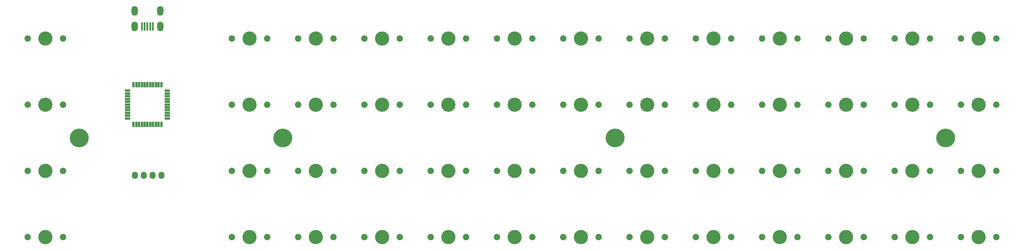
<source format=gts>
%TF.GenerationSoftware,KiCad,Pcbnew,5.1.6*%
%TF.CreationDate,2020-06-22T15:52:36+02:00*%
%TF.ProjectId,cheap_boi,63686561-705f-4626-9f69-2e6b69636164,rev?*%
%TF.SameCoordinates,Original*%
%TF.FileFunction,Soldermask,Top*%
%TF.FilePolarity,Negative*%
%FSLAX46Y46*%
G04 Gerber Fmt 4.6, Leading zero omitted, Abs format (unit mm)*
G04 Created by KiCad (PCBNEW 5.1.6) date 2020-06-22 15:52:36*
%MOMM*%
%LPD*%
G01*
G04 APERTURE LIST*
%ADD10C,1.850000*%
%ADD11C,4.087800*%
%ADD12C,5.400000*%
%ADD13O,1.700000X2.100000*%
%ADD14O,1.800000X2.800000*%
%ADD15R,0.600000X2.350000*%
%ADD16R,0.650000X1.600000*%
%ADD17R,1.600000X0.650000*%
G04 APERTURE END LIST*
D10*
%TO.C,MX0C1*%
X345598750Y-42862500D03*
X335438750Y-42862500D03*
D11*
X340518750Y-42862500D03*
%TD*%
D12*
%TO.C,REF\u002A\u002A*%
X331000000Y-71500000D03*
%TD*%
%TO.C,REF\u002A\u002A*%
X236000000Y-71500000D03*
%TD*%
%TO.C,REF\u002A\u002A*%
X140500000Y-71500000D03*
%TD*%
%TO.C,REF\u002A\u002A*%
X82000000Y-71500000D03*
%TD*%
D13*
%TO.C,Brd1*%
X100513600Y-82262900D03*
X97973600Y-82262900D03*
X103053600Y-82262900D03*
X105593600Y-82262900D03*
%TD*%
D10*
%TO.C,MX15*%
X212248750Y-61912500D03*
X202088750Y-61912500D03*
D11*
X207168750Y-61912500D03*
%TD*%
D14*
%TO.C,USB1*%
X105243600Y-34922800D03*
X97943600Y-34922800D03*
X97943600Y-39422800D03*
X105243600Y-39422800D03*
D15*
X103193600Y-39422800D03*
X102393600Y-39422800D03*
X101593600Y-39422800D03*
X100793600Y-39422800D03*
X99993600Y-39422800D03*
%TD*%
D16*
%TO.C,U1*%
X97593600Y-56208600D03*
X98393600Y-56208600D03*
X99193600Y-56208600D03*
X99993600Y-56208600D03*
X100793600Y-56208600D03*
X101593600Y-56208600D03*
X102393600Y-56208600D03*
X103193600Y-56208600D03*
X103993600Y-56208600D03*
X104793600Y-56208600D03*
X105593600Y-56208600D03*
D17*
X107293600Y-57908600D03*
X107293600Y-58708600D03*
X107293600Y-59508600D03*
X107293600Y-60308600D03*
X107293600Y-61108600D03*
X107293600Y-61908600D03*
X107293600Y-62708600D03*
X107293600Y-63508600D03*
X107293600Y-64308600D03*
X107293600Y-65108600D03*
X107293600Y-65908600D03*
D16*
X105593600Y-67608600D03*
X104793600Y-67608600D03*
X103993600Y-67608600D03*
X103193600Y-67608600D03*
X102393600Y-67608600D03*
X101593600Y-67608600D03*
X100793600Y-67608600D03*
X99993600Y-67608600D03*
X99193600Y-67608600D03*
X98393600Y-67608600D03*
X97593600Y-67608600D03*
D17*
X95893600Y-65908600D03*
X95893600Y-65108600D03*
X95893600Y-64308600D03*
X95893600Y-63508600D03*
X95893600Y-62708600D03*
X95893600Y-61908600D03*
X95893600Y-61108600D03*
X95893600Y-60308600D03*
X95893600Y-59508600D03*
X95893600Y-58708600D03*
X95893600Y-57908600D03*
%TD*%
D10*
%TO.C,MX3C1*%
X345598750Y-100012500D03*
X335438750Y-100012500D03*
D11*
X340518750Y-100012500D03*
%TD*%
D10*
%TO.C,MX3B1*%
X326548750Y-100012500D03*
X316388750Y-100012500D03*
D11*
X321468750Y-100012500D03*
%TD*%
D10*
%TO.C,MX3A1*%
X307498750Y-100012500D03*
X297338750Y-100012500D03*
D11*
X302418750Y-100012500D03*
%TD*%
D10*
%TO.C,MX2C1*%
X345598750Y-80962500D03*
X335438750Y-80962500D03*
D11*
X340518750Y-80962500D03*
%TD*%
D10*
%TO.C,MX2B1*%
X326548750Y-80962500D03*
X316388750Y-80962500D03*
D11*
X321468750Y-80962500D03*
%TD*%
D10*
%TO.C,MX2A1*%
X307498750Y-80962500D03*
X297338750Y-80962500D03*
D11*
X302418750Y-80962500D03*
%TD*%
D10*
%TO.C,MX1C1*%
X345598750Y-61912500D03*
X335438750Y-61912500D03*
D11*
X340518750Y-61912500D03*
%TD*%
D10*
%TO.C,MX1B1*%
X326548750Y-61912500D03*
X316388750Y-61912500D03*
D11*
X321468750Y-61912500D03*
%TD*%
D10*
%TO.C,MX1A1*%
X307498750Y-61912500D03*
X297338750Y-61912500D03*
D11*
X302418750Y-61912500D03*
%TD*%
D10*
%TO.C,MX0B1*%
X326548750Y-42862500D03*
X316388750Y-42862500D03*
D11*
X321468750Y-42862500D03*
%TD*%
D10*
%TO.C,MX0A1*%
X307498750Y-42862500D03*
X297338750Y-42862500D03*
D11*
X302418750Y-42862500D03*
%TD*%
D10*
%TO.C,MX39*%
X288448750Y-100012500D03*
X278288750Y-100012500D03*
D11*
X283368750Y-100012500D03*
%TD*%
D10*
%TO.C,MX38*%
X269398750Y-100012500D03*
X259238750Y-100012500D03*
D11*
X264318750Y-100012500D03*
%TD*%
D10*
%TO.C,MX37*%
X250348750Y-100012500D03*
X240188750Y-100012500D03*
D11*
X245268750Y-100012500D03*
%TD*%
D10*
%TO.C,MX36*%
X231298750Y-100012500D03*
X221138750Y-100012500D03*
D11*
X226218750Y-100012500D03*
%TD*%
D10*
%TO.C,MX35*%
X212248750Y-100012500D03*
X202088750Y-100012500D03*
D11*
X207168750Y-100012500D03*
%TD*%
D10*
%TO.C,MX34*%
X193198750Y-100012500D03*
X183038750Y-100012500D03*
D11*
X188118750Y-100012500D03*
%TD*%
D10*
%TO.C,MX33*%
X174148750Y-100012500D03*
X163988750Y-100012500D03*
D11*
X169068750Y-100012500D03*
%TD*%
D10*
%TO.C,MX32*%
X155098750Y-100012500D03*
X144938750Y-100012500D03*
D11*
X150018750Y-100012500D03*
%TD*%
D10*
%TO.C,MX31*%
X136048750Y-100012500D03*
X125888750Y-100012500D03*
D11*
X130968750Y-100012500D03*
%TD*%
D10*
%TO.C,MX30*%
X77311250Y-100012500D03*
X67151250Y-100012500D03*
D11*
X72231250Y-100012500D03*
%TD*%
D10*
%TO.C,MX29*%
X288448750Y-80962500D03*
X278288750Y-80962500D03*
D11*
X283368750Y-80962500D03*
%TD*%
D10*
%TO.C,MX28*%
X269398750Y-80962500D03*
X259238750Y-80962500D03*
D11*
X264318750Y-80962500D03*
%TD*%
D10*
%TO.C,MX27*%
X250348750Y-80962500D03*
X240188750Y-80962500D03*
D11*
X245268750Y-80962500D03*
%TD*%
D10*
%TO.C,MX26*%
X231298750Y-80962500D03*
X221138750Y-80962500D03*
D11*
X226218750Y-80962500D03*
%TD*%
D10*
%TO.C,MX25*%
X212248750Y-80962500D03*
X202088750Y-80962500D03*
D11*
X207168750Y-80962500D03*
%TD*%
D10*
%TO.C,MX24*%
X193198750Y-80962500D03*
X183038750Y-80962500D03*
D11*
X188118750Y-80962500D03*
%TD*%
D10*
%TO.C,MX23*%
X174148750Y-80962500D03*
X163988750Y-80962500D03*
D11*
X169068750Y-80962500D03*
%TD*%
D10*
%TO.C,MX22*%
X155098750Y-80962500D03*
X144938750Y-80962500D03*
D11*
X150018750Y-80962500D03*
%TD*%
D10*
%TO.C,MX21*%
X136048750Y-80962500D03*
X125888750Y-80962500D03*
D11*
X130968750Y-80962500D03*
%TD*%
D10*
%TO.C,MX20*%
X77311250Y-80962500D03*
X67151250Y-80962500D03*
D11*
X72231250Y-80962500D03*
%TD*%
D10*
%TO.C,MX19*%
X288448750Y-61912500D03*
X278288750Y-61912500D03*
D11*
X283368750Y-61912500D03*
%TD*%
D10*
%TO.C,MX18*%
X269398750Y-61912500D03*
X259238750Y-61912500D03*
D11*
X264318750Y-61912500D03*
%TD*%
D10*
%TO.C,MX17*%
X250348750Y-61912500D03*
X240188750Y-61912500D03*
D11*
X245268750Y-61912500D03*
%TD*%
D10*
%TO.C,MX16*%
X231298750Y-61912500D03*
X221138750Y-61912500D03*
D11*
X226218750Y-61912500D03*
%TD*%
D10*
%TO.C,MX14*%
X193198750Y-61912500D03*
X183038750Y-61912500D03*
D11*
X188118750Y-61912500D03*
%TD*%
D10*
%TO.C,MX13*%
X174148750Y-61912500D03*
X163988750Y-61912500D03*
D11*
X169068750Y-61912500D03*
%TD*%
D10*
%TO.C,MX12*%
X155098750Y-61912500D03*
X144938750Y-61912500D03*
D11*
X150018750Y-61912500D03*
%TD*%
D10*
%TO.C,MX11*%
X136048750Y-61912500D03*
X125888750Y-61912500D03*
D11*
X130968750Y-61912500D03*
%TD*%
D10*
%TO.C,MX10*%
X77311250Y-61912500D03*
X67151250Y-61912500D03*
D11*
X72231250Y-61912500D03*
%TD*%
D10*
%TO.C,MX9*%
X288448750Y-42862500D03*
X278288750Y-42862500D03*
D11*
X283368750Y-42862500D03*
%TD*%
D10*
%TO.C,MX8*%
X269398750Y-42862500D03*
X259238750Y-42862500D03*
D11*
X264318750Y-42862500D03*
%TD*%
D10*
%TO.C,MX7*%
X250348750Y-42862500D03*
X240188750Y-42862500D03*
D11*
X245268750Y-42862500D03*
%TD*%
D10*
%TO.C,MX6*%
X231298750Y-42862500D03*
X221138750Y-42862500D03*
D11*
X226218750Y-42862500D03*
%TD*%
D10*
%TO.C,MX5*%
X212248750Y-42862500D03*
X202088750Y-42862500D03*
D11*
X207168750Y-42862500D03*
%TD*%
D10*
%TO.C,MX4*%
X193198750Y-42862500D03*
X183038750Y-42862500D03*
D11*
X188118750Y-42862500D03*
%TD*%
D10*
%TO.C,MX3*%
X174148750Y-42862500D03*
X163988750Y-42862500D03*
D11*
X169068750Y-42862500D03*
%TD*%
D10*
%TO.C,MX2*%
X155098750Y-42862500D03*
X144938750Y-42862500D03*
D11*
X150018750Y-42862500D03*
%TD*%
D10*
%TO.C,MX1*%
X136048750Y-42862500D03*
X125888750Y-42862500D03*
D11*
X130968750Y-42862500D03*
%TD*%
D10*
%TO.C,MX0*%
X77311250Y-42862500D03*
X67151250Y-42862500D03*
D11*
X72231250Y-42862500D03*
%TD*%
M02*

</source>
